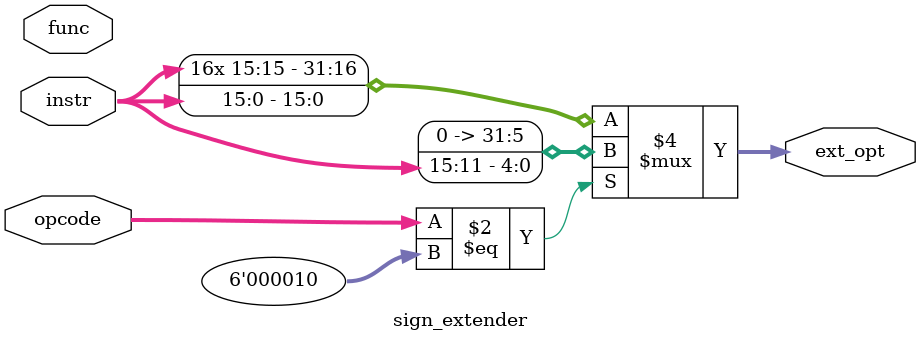
<source format=v>
`timescale 1ns / 1ps

module sign_extender (
	input [5:0] opcode,
   input [10:0] func,       
   input [15:0] instr,
   output reg [31:0] ext_opt
	);
	
   always @(*)
	begin
		if (opcode == 6'b000010)
          ext_opt = {{27{1'b0}}, instr[15:11]};
      else
          ext_opt = {{16{instr[15]}}, instr};
	end
    
endmodule

</source>
